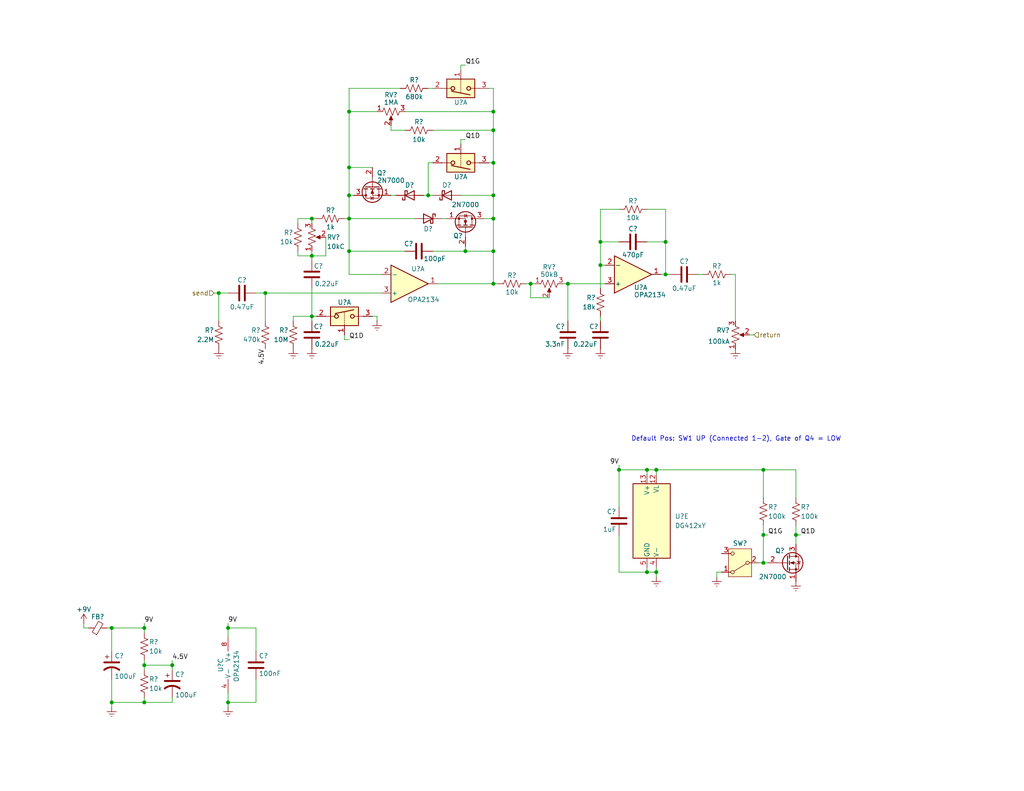
<source format=kicad_sch>
(kicad_sch (version 20250114) (generator "eeschema") (generator_version "9.0")
  (paper "USLetter")
  (title_block (title "Zendrive I and II") (date "2026-01-18") (rev "1.0.0") (company "Bennett Custom Audio"))
  (lib_symbols
    (symbol "Amplifier_Operational:OPA2134" (pin_names (offset 0.127))
      (property "Reference" "U" (at 0 5.08 0))
      (property "Value" "OPA2134" (at 0 -5.08 0))
      (symbol "OPA2134_1_1"
        (polyline (pts (xy -5.08 5.08) (xy 5.08 0) (xy -5.08 -5.08) (xy -5.08 5.08)) (stroke (width 0.254)) (fill (type background)))
        (pin input line (at -7.62 2.54 0) (length 2.54) (name "+") (number "3"))
        (pin input line (at -7.62 -2.54 0) (length 2.54) (name "-") (number "2"))
        (pin output line (at 7.62 0 180) (length 2.54) (name "~") (number "1"))
      )
      (symbol "OPA2134_2_1"
        (polyline (pts (xy -5.08 5.08) (xy 5.08 0) (xy -5.08 -5.08) (xy -5.08 5.08)) (stroke (width 0.254)) (fill (type background)))
        (pin input line (at -7.62 2.54 0) (length 2.54) (name "+") (number "5"))
        (pin input line (at -7.62 -2.54 0) (length 2.54) (name "-") (number "6"))
        (pin output line (at 7.62 0 180) (length 2.54) (name "~") (number "7"))
      )
      (symbol "OPA2134_3_1"
        (pin power_in line (at -2.54 7.62 270) (length 3.81) (name "V+") (number "8"))
        (pin power_in line (at -2.54 -7.62 90) (length 3.81) (name "V-") (number "4"))
      )
    )
    (symbol "Analog_Switch:DG412xY" (pin_names (offset 0.254))
      (property "Reference" "U" (at -3.175 5.334 0))
      (property "Value" "DG412xY" (at -3.175 3.556 0))
      (symbol "DG412xY_1_1"
        (polyline (pts (xy -5.08 0) (xy -2.794 0)))
        (rectangle (start -3.81 2.54) (end 3.81 -2.54) (stroke (width 0.254)) (fill (type background)))
        (polyline (pts (xy -2.54 0.762) (xy 2.54 1.778)) (stroke (width 0.254)))
        (circle (center -2.159 0) (radius 0.508) (stroke (width 0.254)))
        (polyline (pts (xy 0 0.762) (xy 0 1.016)))
        (polyline (pts (xy 0 0.254) (xy 0 0.508)))
        (polyline (pts (xy 0 -0.254) (xy 0 0)))
        (polyline (pts (xy 0 -0.762) (xy 0 -0.508)))
        (polyline (pts (xy 0 -1.27) (xy 0 -1.016)))
        (polyline (pts (xy 0 -1.778) (xy 0 -1.524)))
        (polyline (pts (xy 0 -2.54) (xy 0 -2.032)))
        (circle (center 2.159 0) (radius 0.508) (stroke (width 0.254)))
        (polyline (pts (xy 5.08 0) (xy 2.794 0)))
        (pin passive line (at -7.62 0 0) (length 2.54) (name "~") (number "2"))
        (pin input line (at 0 -5.08 90) (length 2.54) (name "~") (number "1"))
        (pin passive line (at 7.62 0 180) (length 2.54) (name "~") (number "3"))
      )
      (symbol "DG412xY_2_1"
        (polyline (pts (xy -5.08 0) (xy -2.794 0)))
        (rectangle (start -3.81 2.54) (end 3.81 -2.54) (stroke (width 0.254)) (fill (type background)))
        (polyline (pts (xy -2.54 0.762) (xy 2.54 1.778)) (stroke (width 0.254)))
        (circle (center -2.159 0) (radius 0.508) (stroke (width 0.254)))
        (polyline (pts (xy 0 0.762) (xy 0 1.016)))
        (polyline (pts (xy 0 0.254) (xy 0 0.508)))
        (polyline (pts (xy 0 -0.254) (xy 0 0)))
        (polyline (pts (xy 0 -0.762) (xy 0 -0.508)))
        (polyline (pts (xy 0 -1.27) (xy 0 -1.016)))
        (polyline (pts (xy 0 -1.778) (xy 0 -1.524)))
        (polyline (pts (xy 0 -2.54) (xy 0 -2.032)))
        (circle (center 2.159 0) (radius 0.508) (stroke (width 0.254)))
        (polyline (pts (xy 5.08 0) (xy 2.794 0)))
        (pin passive line (at -7.62 0 0) (length 2.54) (name "~") (number "6"))
        (pin input line (at 0 -5.08 90) (length 2.54) (name "~") (number "8"))
        (pin passive line (at 7.62 0 180) (length 2.54) (name "~") (number "7"))
      )
      (symbol "DG412xY_3_1"
        (polyline (pts (xy -5.08 0) (xy -2.794 0)))
        (rectangle (start -3.81 2.54) (end 3.81 -2.54) (stroke (width 0.254)) (fill (type background)))
        (polyline (pts (xy -2.54 0.762) (xy 2.54 1.778)) (stroke (width 0.254)))
        (circle (center -2.159 0) (radius 0.508) (stroke (width 0.254)))
        (polyline (pts (xy 0 0.762) (xy 0 1.016)))
        (polyline (pts (xy 0 0.254) (xy 0 0.508)))
        (polyline (pts (xy 0 -0.254) (xy 0 0)))
        (polyline (pts (xy 0 -0.762) (xy 0 -0.508)))
        (polyline (pts (xy 0 -1.27) (xy 0 -1.016)))
        (polyline (pts (xy 0 -1.778) (xy 0 -1.524)))
        (polyline (pts (xy 0 -2.54) (xy 0 -2.032)))
        (circle (center 2.159 0) (radius 0.508) (stroke (width 0.254)))
        (polyline (pts (xy 5.08 0) (xy 2.794 0)))
        (pin passive line (at -7.62 0 0) (length 2.54) (name "~") (number "10"))
        (pin input line (at 0 -5.08 90) (length 2.54) (name "~") (number "9"))
        (pin passive line (at 7.62 0 180) (length 2.54) (name "~") (number "11"))
      )
      (symbol "DG412xY_4_1"
        (polyline (pts (xy -5.08 0) (xy -2.794 0)))
        (rectangle (start -3.81 2.54) (end 3.81 -2.54) (stroke (width 0.254)) (fill (type background)))
        (polyline (pts (xy -2.54 0.762) (xy 2.54 1.778)) (stroke (width 0.254)))
        (circle (center -2.159 0) (radius 0.508) (stroke (width 0.254)))
        (polyline (pts (xy 0 0.762) (xy 0 1.016)))
        (polyline (pts (xy 0 0.254) (xy 0 0.508)))
        (polyline (pts (xy 0 -0.254) (xy 0 0)))
        (polyline (pts (xy 0 -0.762) (xy 0 -0.508)))
        (polyline (pts (xy 0 -1.27) (xy 0 -1.016)))
        (polyline (pts (xy 0 -1.778) (xy 0 -1.524)))
        (polyline (pts (xy 0 -2.54) (xy 0 -2.032)))
        (circle (center 2.159 0) (radius 0.508) (stroke (width 0.254)))
        (polyline (pts (xy 5.08 0) (xy 2.794 0)))
        (pin passive line (at -7.62 0 0) (length 2.54) (name "~") (number "15"))
        (pin input line (at 0 -5.08 90) (length 2.54) (name "~") (number "16"))
        (pin passive line (at 7.62 0 180) (length 2.54) (name "~") (number "14"))
      )
      (symbol "DG412xY_5_0"
        (pin power_in line (at 0 12.7 270) (length 2.54) (name "V+") (number "13"))
        (pin power_in line (at 0 -12.7 90) (length 2.54) (name "GND") (number "5"))
        (pin power_in line (at 2.54 12.7 270) (length 2.54) (name "VL") (number "12"))
        (pin power_in line (at 2.54 -12.7 90) (length 2.54) (name "V-") (number "4"))
      )
      (symbol "DG412xY_5_1"
        (rectangle (start -3.81 10.16) (end 6.35 -10.16) (stroke (width 0.254)) (fill (type background)))
      )
    )
    (symbol "BCA Symbol Library:CP_Power" (pin_numbers (hide yes)) (pin_names (offset 0.254) (hide yes))
      (property "Reference" "C" (at 0.635 2.54 0))
      (property "Value" "CP_Power" (at 0.635 -2.54 0))
      (symbol "CP_Power_0_1"
        (polyline (pts (xy -2.032 0.762) (xy 2.032 0.762)) (stroke (width 0.508)))
        (polyline (pts (xy -1.778 2.286) (xy -0.762 2.286)))
        (polyline (pts (xy -1.27 1.778) (xy -1.27 2.794)))
        (arc (start -2.032 -1.27) (mid 0 -0.5572) (end 2.032 -1.27) (stroke (width 0.508)))
      )
      (symbol "CP_Power_1_1"
        (pin passive line (at 0 3.81 270) (length 2.794) (name "~") (number "1"))
        (pin passive line (at 0 -3.81 90) (length 3.302) (name "~") (number "2"))
      )
    )
    (symbol "BCA Symbol Library:C_Ceramic" (pin_numbers (hide yes)) (pin_names (offset 0.254))
      (property "Reference" "C" (at 0.635 2.54 0))
      (property "Value" "C_Ceramic" (at 0.635 -2.54 0))
      (symbol "C_Ceramic_0_1"
        (polyline (pts (xy -2.032 0.762) (xy 2.032 0.762)) (stroke (width 0.508)))
        (polyline (pts (xy -2.032 -0.762) (xy 2.032 -0.762)) (stroke (width 0.508)))
      )
      (symbol "C_Ceramic_1_1"
        (pin passive line (at 0 3.81 270) (length 2.794) (name "~") (number "1"))
        (pin passive line (at 0 -3.81 90) (length 2.794) (name "~") (number "2"))
      )
    )
    (symbol "BCA Symbol Library:C_Film_W2.50mm" (pin_numbers (hide yes)) (pin_names (offset 0.254))
      (property "Reference" "C" (at 0.635 2.54 0))
      (property "Value" "C_Film_W2.50mm" (at 0.635 -2.54 0))
      (symbol "C_Film_W2.50mm_0_1"
        (polyline (pts (xy -2.032 0.762) (xy 2.032 0.762)) (stroke (width 0.508)))
        (polyline (pts (xy -2.032 -0.762) (xy 2.032 -0.762)) (stroke (width 0.508)))
      )
      (symbol "C_Film_W2.50mm_1_1"
        (pin passive line (at 0 3.81 270) (length 2.794) (name "~") (number "1"))
        (pin passive line (at 0 -3.81 90) (length 2.794) (name "~") (number "2"))
      )
    )
    (symbol "BCA Symbol Library:C_Film_W5.00mm" (pin_numbers (hide yes)) (pin_names (offset 0.254))
      (property "Reference" "C" (at 0.635 2.54 0))
      (property "Value" "C_Film_W5.00mm" (at 0.635 -2.54 0))
      (symbol "C_Film_W5.00mm_0_1"
        (polyline (pts (xy -2.032 0.762) (xy 2.032 0.762)) (stroke (width 0.508)))
        (polyline (pts (xy -2.032 -0.762) (xy 2.032 -0.762)) (stroke (width 0.508)))
      )
      (symbol "C_Film_W5.00mm_1_1"
        (pin passive line (at 0 3.81 270) (length 2.794) (name "~") (number "1"))
        (pin passive line (at 0 -3.81 90) (length 2.794) (name "~") (number "2"))
      )
    )
    (symbol "BCA Symbol Library:R" (pin_numbers (hide yes)) (pin_names (offset 0))
      (property "Reference" "R" (at 0 2.032 0))
      (property "Value" "R" (at 0 -2.54 0))
      (symbol "R_1_1"
        (polyline (pts (xy -2.286 0) (xy -2.54 0)))
        (polyline (pts (xy -2.286 0) (xy -1.905 1.016) (xy -1.524 0) (xy -1.143 -1.016) (xy -0.762 0)))
        (polyline (pts (xy -0.762 0) (xy -0.381 1.016) (xy 0 0) (xy 0.381 -1.016) (xy 0.762 0)))
        (polyline (pts (xy 0.762 0) (xy 1.143 1.016) (xy 1.524 0) (xy 1.905 -1.016) (xy 2.286 0)))
        (polyline (pts (xy 2.286 0) (xy 2.54 0)))
        (pin passive line (at -3.81 0 0) (length 1.27) (name "~") (number "1"))
        (pin passive line (at 3.81 0 180) (length 1.27) (name "~") (number "2"))
      )
    )
    (symbol "BCA Symbol Library:R_POT" (pin_names (offset 1.016) (hide yes))
      (property "Reference" "RV" (at -5.08 0 90))
      (property "Value" "R_POT" (at -2.54 0 90))
      (symbol "R_POT_1_1"
        (polyline (pts (xy 0 2.54) (xy 0 2.286)))
        (polyline (pts (xy 0 2.286) (xy 1.016 1.905) (xy 0 1.524) (xy -1.016 1.143) (xy 0 0.762)))
        (polyline (pts (xy 0 0.762) (xy 1.016 0.381) (xy 0 0) (xy -1.016 -0.381) (xy 0 -0.762)))
        (polyline (pts (xy 0 -0.762) (xy 1.016 -1.143) (xy 0 -1.524) (xy -1.016 -1.905) (xy 0 -2.286)))
        (polyline (pts (xy 0 -2.286) (xy 0 -2.54)))
        (polyline (pts (xy 1.143 0) (xy 2.286 0.508) (xy 2.286 -0.508) (xy 1.143 0)) (fill (type outline)))
        (polyline (pts (xy 2.54 0) (xy 1.524 0)))
        (pin passive line (at 0 3.81 270) (length 1.27) (name "3") (number "3"))
        (pin passive line (at 0 -3.81 90) (length 1.27) (name "1") (number "1"))
        (pin passive line (at 3.81 0 180) (length 1.27) (name "2") (number "2"))
      )
    )
    (symbol "Device:D_Schottky" (pin_numbers (hide yes)) (pin_names (offset 1.016) (hide yes))
      (property "Reference" "D" (at 0 2.54 0))
      (property "Value" "D_Schottky" (at 0 -2.54 0))
      (symbol "D_Schottky_0_1"
        (polyline (pts (xy -1.905 0.635) (xy -1.905 1.27) (xy -1.27 1.27) (xy -1.27 -1.27) (xy -0.635 -1.27) (xy -0.635 -0.635)) (stroke (width 0.254)))
        (polyline (pts (xy 1.27 1.27) (xy 1.27 -1.27) (xy -1.27 0) (xy 1.27 1.27)) (stroke (width 0.254)))
        (polyline (pts (xy 1.27 0) (xy -1.27 0)))
      )
      (symbol "D_Schottky_1_1"
        (pin passive line (at -3.81 0 0) (length 2.54) (name "K") (number "1"))
        (pin passive line (at 3.81 0 180) (length 2.54) (name "A") (number "2"))
      )
    )
    (symbol "Device:FerriteBead_Small" (pin_numbers (hide yes)) (pin_names (offset 0))
      (property "Reference" "FB" (at 1.905 1.27 0))
      (property "Value" "FerriteBead_Small" (at 1.905 -1.27 0))
      (symbol "FerriteBead_Small_0_1"
        (polyline (pts (xy -1.8288 0.2794) (xy -1.1176 1.4986) (xy 1.8288 -0.2032) (xy 1.1176 -1.4224) (xy -1.8288 0.2794)))
        (polyline (pts (xy 0 0.889) (xy 0 1.2954)))
        (polyline (pts (xy 0 -1.27) (xy 0 -0.7874)))
      )
      (symbol "FerriteBead_Small_1_1"
        (pin passive line (at 0 2.54 270) (length 1.27) (name "~") (number "1"))
        (pin passive line (at 0 -2.54 90) (length 1.27) (name "~") (number "2"))
      )
    )
    (symbol "Earth_1" (power) (pin_numbers (hide yes)) (pin_names (offset 0) (hide yes))
      (property "Value" "Earth" (at 0 -3.81 0))
      (symbol "Earth_1_0_1"
        (polyline (pts (xy -0.635 -1.905) (xy 0.635 -1.905)))
        (polyline (pts (xy -0.127 -2.54) (xy 0.127 -2.54)))
        (polyline (pts (xy 0 -1.27) (xy 0 0)))
        (polyline (pts (xy 1.27 -1.27) (xy -1.27 -1.27)))
      )
      (symbol "Earth_1_1_1"
        (pin power_in line (at 0 0 270) (length 0) (name "~") (number "1"))
      )
    )
    (symbol "Switch:SW_SPDT" (pin_names (offset 0) (hide yes))
      (property "Reference" "SW" (at 0 5.08 0))
      (property "Value" "SW_SPDT" (at 0 -5.08 0))
      (symbol "SW_SPDT_0_1"
        (circle (center -2.032 0) (radius 0.4572))
        (polyline (pts (xy -1.651 0.254) (xy 1.651 2.286)))
        (circle (center 2.032 2.54) (radius 0.4572))
        (circle (center 2.032 -2.54) (radius 0.4572))
      )
      (symbol "SW_SPDT_1_1"
        (rectangle (start -3.175 3.81) (end 3.175 -3.81) (fill (type background)))
        (pin passive line (at -5.08 0 0) (length 2.54) (name "B") (number "2"))
        (pin passive line (at 5.08 2.54 180) (length 2.54) (name "A") (number "1"))
        (pin passive line (at 5.08 -2.54 180) (length 2.54) (name "C") (number "3"))
      )
    )
    (symbol "Transistor_FET:2N7000" (pin_names (hide yes))
      (property "Reference" "Q" (at 5.08 1.905 0))
      (property "Value" "2N7000" (at 5.08 0 0))
      (symbol "2N7000_0_1"
        (polyline (pts (xy 0.254 1.905) (xy 0.254 -1.905)) (stroke (width 0.254)))
        (polyline (pts (xy 0.254 0) (xy -2.54 0)))
        (polyline (pts (xy 0.762 2.286) (xy 0.762 1.27)) (stroke (width 0.254)))
        (polyline (pts (xy 0.762 0.508) (xy 0.762 -0.508)) (stroke (width 0.254)))
        (polyline (pts (xy 0.762 -1.27) (xy 0.762 -2.286)) (stroke (width 0.254)))
        (polyline (pts (xy 0.762 -1.778) (xy 3.302 -1.778) (xy 3.302 1.778) (xy 0.762 1.778)))
        (polyline (pts (xy 1.016 0) (xy 2.032 0.381) (xy 2.032 -0.381) (xy 1.016 0)) (fill (type outline)))
        (circle (center 1.651 0) (radius 2.794) (stroke (width 0.254)))
        (polyline (pts (xy 2.54 2.54) (xy 2.54 1.778)))
        (circle (center 2.54 1.778) (radius 0.254) (fill (type outline)))
        (circle (center 2.54 -1.778) (radius 0.254) (fill (type outline)))
        (polyline (pts (xy 2.54 -2.54) (xy 2.54 0) (xy 0.762 0)))
        (polyline (pts (xy 2.794 0.508) (xy 2.921 0.381) (xy 3.683 0.381) (xy 3.81 0.254)))
        (polyline (pts (xy 3.302 0.381) (xy 2.921 -0.254) (xy 3.683 -0.254) (xy 3.302 0.381)))
      )
      (symbol "2N7000_1_1"
        (pin input line (at -5.08 0 0) (length 2.54) (name "G") (number "2"))
        (pin passive line (at 2.54 5.08 270) (length 2.54) (name "D") (number "3"))
        (pin passive line (at 2.54 -5.08 90) (length 2.54) (name "S") (number "1"))
      )
    )
    (symbol "bca-symbols:R" (pin_numbers (hide yes)) (pin_names (offset 0))
      (property "Reference" "R" (at 0 2.032 0))
      (property "Value" "R" (at 0 -2.54 0))
      (symbol "R_1_1"
        (polyline (pts (xy -2.286 0) (xy -2.54 0)))
        (polyline (pts (xy -2.286 0) (xy -1.905 1.016) (xy -1.524 0) (xy -1.143 -1.016) (xy -0.762 0)))
        (polyline (pts (xy -0.762 0) (xy -0.381 1.016) (xy 0 0) (xy 0.381 -1.016) (xy 0.762 0)))
        (polyline (pts (xy 0.762 0) (xy 1.143 1.016) (xy 1.524 0) (xy 1.905 -1.016) (xy 2.286 0)))
        (polyline (pts (xy 2.286 0) (xy 2.54 0)))
        (pin passive line (at -3.81 0 0) (length 1.27) (name "~") (number "1"))
        (pin passive line (at 3.81 0 180) (length 1.27) (name "~") (number "2"))
      )
    )
    (symbol "power:+9V" (power) (pin_numbers (hide yes)) (pin_names (offset 0) (hide yes))
      (property "Value" "+9V" (at 0 3.556 0))
      (symbol "+9V_0_1"
        (polyline (pts (xy -0.762 1.27) (xy 0 2.54)))
        (polyline (pts (xy 0 2.54) (xy 0.762 1.27)))
        (polyline (pts (xy 0 0) (xy 0 2.54)))
      )
      (symbol "+9V_1_1"
        (pin power_in line (at 0 0 90) (length 0) (name "~") (number "1"))
      )
    )
    (symbol "power:Earth" (power) (pin_names (offset 0))
      (symbol "Earth_0_1"
        (polyline (pts (xy -0.635 -1.905) (xy 0.635 -1.905)))
        (polyline (pts (xy -0.127 -2.54) (xy 0.127 -2.54)))
        (polyline (pts (xy 0 -1.27) (xy 0 0)))
        (polyline (pts (xy 1.27 -1.27) (xy -1.27 -1.27)))
      )
      (symbol "Earth_1_1"
        (pin power_in line (at 0 0 270) (length 0) (hide yes) (name "Earth") (number "1"))
      )
    )
  )
  (text "Default Pos: SW1 UP (Connected 1-2), Gate of Q4 = LOW\n" (at 172.212 119.888 0) (effects (font (size 1.27 1.27)) (justify left)))
  (junction (at 116.84 53.34))
  (junction (at 134.62 59.69))
  (junction (at 134.62 35.56))
  (junction (at 95.25 30.48))
  (junction (at 144.78 77.47))
  (junction (at 85.09 86.36))
  (junction (at 39.37 191.77))
  (junction (at 163.83 66.04))
  (junction (at 30.48 171.45))
  (junction (at 134.62 30.48))
  (junction (at 85.09 69.85))
  (junction (at 127 68.58))
  (junction (at 179.07 156.21))
  (junction (at 46.99 181.61))
  (junction (at 179.07 128.27))
  (junction (at 134.62 53.34))
  (junction (at 134.62 77.47))
  (junction (at 95.25 53.34))
  (junction (at 39.37 171.45))
  (junction (at 154.94 77.47))
  (junction (at 85.09 59.69))
  (junction (at 176.53 128.27))
  (junction (at 59.69 80.01))
  (junction (at 163.83 72.39))
  (junction (at 217.17 146.05))
  (junction (at 30.48 191.77))
  (junction (at 181.61 74.93))
  (junction (at 181.61 66.04))
  (junction (at 176.53 156.21))
  (junction (at 208.28 146.05))
  (junction (at 39.37 181.61))
  (junction (at 134.62 44.45))
  (junction (at 95.25 45.72))
  (junction (at 62.23 191.77))
  (junction (at 72.39 80.01))
  (junction (at 62.23 171.45))
  (junction (at 168.91 128.27))
  (junction (at 208.28 128.27))
  (junction (at 208.28 153.67))
  (junction (at 95.25 59.69))
  (junction (at 134.62 68.58))
  (junction (at 95.25 68.58))
  (wire (pts (xy 59.69 87.63) (xy 59.69 80.01)))
  (wire (pts (xy 163.83 57.15) (xy 163.83 66.04)))
  (wire (pts (xy 163.83 72.39) (xy 163.83 78.74)))
  (wire (pts (xy 208.28 143.51) (xy 208.28 146.05)))
  (wire (pts (xy 93.98 92.71) (xy 95.25 92.71)))
  (wire (pts (xy 110.49 35.56) (xy 106.68 35.56)))
  (wire (pts (xy 134.62 53.34) (xy 134.62 59.69)))
  (wire (pts (xy 208.28 153.67) (xy 209.55 153.67)))
  (wire (pts (xy 190.5 74.93) (xy 191.77 74.93)))
  (wire (pts (xy 149.86 81.28) (xy 144.78 81.28)))
  (wire (pts (xy 46.99 180.34) (xy 46.99 181.61)))
  (wire (pts (xy 39.37 170.18) (xy 39.37 171.45)))
  (wire (pts (xy 69.85 177.8) (xy 69.85 171.45)))
  (wire (pts (xy 125.73 38.1) (xy 125.73 39.37)))
  (wire (pts (xy 118.11 44.45) (xy 116.84 44.45)))
  (wire (pts (xy 46.99 191.77) (xy 39.37 191.77)))
  (wire (pts (xy 176.53 128.27) (xy 176.53 129.54)))
  (wire (pts (xy 179.07 129.54) (xy 179.07 128.27)))
  (wire (pts (xy 95.25 24.13) (xy 95.25 30.48)))
  (wire (pts (xy 39.37 181.61) (xy 39.37 182.88)))
  (wire (pts (xy 80.01 87.63) (xy 80.01 86.36)))
  (wire (pts (xy 39.37 190.5) (xy 39.37 191.77)))
  (wire (pts (xy 109.22 24.13) (xy 95.25 24.13)))
  (wire (pts (xy 168.91 128.27) (xy 176.53 128.27)))
  (wire (pts (xy 85.09 78.74) (xy 85.09 86.36)))
  (wire (pts (xy 30.48 177.8) (xy 30.48 171.45)))
  (wire (pts (xy 95.25 59.69) (xy 113.03 59.69)))
  (wire (pts (xy 217.17 143.51) (xy 217.17 146.05)))
  (wire (pts (xy 195.58 156.21) (xy 196.85 156.21)))
  (wire (pts (xy 39.37 180.34) (xy 39.37 181.61)))
  (wire (pts (xy 176.53 156.21) (xy 179.07 156.21)))
  (wire (pts (xy 133.35 24.13) (xy 134.62 24.13)))
  (wire (pts (xy 62.23 191.77) (xy 62.23 193.04)))
  (wire (pts (xy 30.48 171.45) (xy 29.21 171.45)))
  (wire (pts (xy 208.28 146.05) (xy 208.28 153.67)))
  (wire (pts (xy 134.62 68.58) (xy 134.62 77.47)))
  (wire (pts (xy 176.53 128.27) (xy 179.07 128.27)))
  (wire (pts (xy 22.86 170.18) (xy 22.86 171.45)))
  (wire (pts (xy 88.9 69.85) (xy 85.09 69.85)))
  (wire (pts (xy 217.17 146.05) (xy 217.17 148.59)))
  (wire (pts (xy 39.37 172.72) (xy 39.37 171.45)))
  (wire (pts (xy 208.28 128.27) (xy 179.07 128.27)))
  (wire (pts (xy 127 67.31) (xy 127 68.58)))
  (wire (pts (xy 208.28 128.27) (xy 208.28 135.89)))
  (wire (pts (xy 72.39 80.01) (xy 72.39 87.63)))
  (wire (pts (xy 208.28 146.05) (xy 209.55 146.05)))
  (wire (pts (xy 30.48 191.77) (xy 30.48 193.04)))
  (wire (pts (xy 118.11 35.56) (xy 134.62 35.56)))
  (wire (pts (xy 118.11 68.58) (xy 127 68.58)))
  (wire (pts (xy 62.23 171.45) (xy 62.23 173.99)))
  (wire (pts (xy 134.62 35.56) (xy 134.62 44.45)))
  (wire (pts (xy 85.09 86.36) (xy 86.36 86.36)))
  (wire (pts (xy 85.09 59.69) (xy 85.09 60.96)))
  (wire (pts (xy 195.58 157.48) (xy 195.58 156.21)))
  (wire (pts (xy 181.61 66.04) (xy 181.61 74.93)))
  (wire (pts (xy 199.39 74.93) (xy 200.66 74.93)))
  (wire (pts (xy 62.23 191.77) (xy 62.23 189.23)))
  (wire (pts (xy 46.99 190.5) (xy 46.99 191.77)))
  (wire (pts (xy 116.84 53.34) (xy 118.11 53.34)))
  (wire (pts (xy 95.25 53.34) (xy 95.25 59.69)))
  (wire (pts (xy 132.08 59.69) (xy 134.62 59.69)))
  (wire (pts (xy 154.94 77.47) (xy 153.67 77.47)))
  (wire (pts (xy 62.23 191.77) (xy 69.85 191.77)))
  (wire (pts (xy 181.61 66.04) (xy 181.61 57.15)))
  (wire (pts (xy 62.23 170.18) (xy 62.23 171.45)))
  (wire (pts (xy 81.28 59.69) (xy 85.09 59.69)))
  (wire (pts (xy 58.42 80.01) (xy 59.69 80.01)))
  (wire (pts (xy 85.09 69.85) (xy 85.09 71.12)))
  (wire (pts (xy 85.09 87.63) (xy 85.09 86.36)))
  (wire (pts (xy 81.28 60.96) (xy 81.28 59.69)))
  (wire (pts (xy 154.94 77.47) (xy 154.94 87.63)))
  (wire (pts (xy 93.98 91.44) (xy 93.98 92.71)))
  (wire (pts (xy 134.62 77.47) (xy 135.89 77.47)))
  (wire (pts (xy 179.07 154.94) (xy 179.07 156.21)))
  (wire (pts (xy 95.25 68.58) (xy 95.25 74.93)))
  (wire (pts (xy 102.87 30.48) (xy 95.25 30.48)))
  (wire (pts (xy 176.53 66.04) (xy 181.61 66.04)))
  (wire (pts (xy 154.94 77.47) (xy 165.1 77.47)))
  (wire (pts (xy 217.17 135.89) (xy 217.17 128.27)))
  (wire (pts (xy 106.68 35.56) (xy 106.68 34.29)))
  (wire (pts (xy 176.53 57.15) (xy 181.61 57.15)))
  (wire (pts (xy 163.83 86.36) (xy 163.83 87.63)))
  (wire (pts (xy 85.09 59.69) (xy 86.36 59.69)))
  (wire (pts (xy 81.28 69.85) (xy 85.09 69.85)))
  (wire (pts (xy 39.37 191.77) (xy 30.48 191.77)))
  (wire (pts (xy 22.86 171.45) (xy 24.13 171.45)))
  (wire (pts (xy 176.53 154.94) (xy 176.53 156.21)))
  (wire (pts (xy 127 68.58) (xy 134.62 68.58)))
  (wire (pts (xy 168.91 66.04) (xy 163.83 66.04)))
  (wire (pts (xy 168.91 128.27) (xy 168.91 138.43)))
  (wire (pts (xy 119.38 77.47) (xy 134.62 77.47)))
  (wire (pts (xy 46.99 182.88) (xy 46.99 181.61)))
  (wire (pts (xy 88.9 64.77) (xy 88.9 69.85)))
  (wire (pts (xy 133.35 44.45) (xy 134.62 44.45)))
  (wire (pts (xy 217.17 128.27) (xy 208.28 128.27)))
  (wire (pts (xy 163.83 66.04) (xy 163.83 72.39)))
  (wire (pts (xy 39.37 181.61) (xy 46.99 181.61)))
  (wire (pts (xy 93.98 59.69) (xy 95.25 59.69)))
  (wire (pts (xy 81.28 68.58) (xy 81.28 69.85)))
  (wire (pts (xy 30.48 185.42) (xy 30.48 191.77)))
  (wire (pts (xy 80.01 86.36) (xy 85.09 86.36)))
  (wire (pts (xy 134.62 24.13) (xy 134.62 30.48)))
  (wire (pts (xy 120.65 59.69) (xy 121.92 59.69)))
  (wire (pts (xy 180.34 74.93) (xy 181.61 74.93)))
  (wire (pts (xy 116.84 44.45) (xy 116.84 53.34)))
  (wire (pts (xy 96.52 53.34) (xy 95.25 53.34)))
  (wire (pts (xy 144.78 81.28) (xy 144.78 77.47)))
  (wire (pts (xy 95.25 30.48) (xy 95.25 45.72)))
  (wire (pts (xy 204.47 91.44) (xy 205.74 91.44)))
  (wire (pts (xy 125.73 19.05) (xy 125.73 17.78)))
  (wire (pts (xy 72.39 80.01) (xy 104.14 80.01)))
  (wire (pts (xy 69.85 171.45) (xy 62.23 171.45)))
  (wire (pts (xy 116.84 24.13) (xy 118.11 24.13)))
  (wire (pts (xy 168.91 57.15) (xy 163.83 57.15)))
  (wire (pts (xy 207.01 153.67) (xy 208.28 153.67)))
  (wire (pts (xy 134.62 59.69) (xy 134.62 68.58)))
  (wire (pts (xy 95.25 74.93) (xy 104.14 74.93)))
  (wire (pts (xy 95.25 45.72) (xy 101.6 45.72)))
  (wire (pts (xy 134.62 44.45) (xy 134.62 53.34)))
  (wire (pts (xy 85.09 69.85) (xy 85.09 68.58)))
  (wire (pts (xy 217.17 146.05) (xy 218.44 146.05)))
  (wire (pts (xy 69.85 185.42) (xy 69.85 191.77)))
  (wire (pts (xy 95.25 45.72) (xy 95.25 53.34)))
  (wire (pts (xy 200.66 74.93) (xy 200.66 87.63)))
  (wire (pts (xy 181.61 74.93) (xy 182.88 74.93)))
  (wire (pts (xy 134.62 30.48) (xy 134.62 35.56)))
  (wire (pts (xy 106.68 53.34) (xy 107.95 53.34)))
  (wire (pts (xy 115.57 53.34) (xy 116.84 53.34)))
  (wire (pts (xy 168.91 146.05) (xy 168.91 156.21)))
  (wire (pts (xy 102.87 87.63) (xy 102.87 86.36)))
  (wire (pts (xy 179.07 156.21) (xy 179.07 157.48)))
  (wire (pts (xy 59.69 80.01) (xy 62.23 80.01)))
  (wire (pts (xy 127 38.1) (xy 125.73 38.1)))
  (wire (pts (xy 69.85 80.01) (xy 72.39 80.01)))
  (wire (pts (xy 144.78 77.47) (xy 146.05 77.47)))
  (wire (pts (xy 102.87 86.36) (xy 101.6 86.36)))
  (wire (pts (xy 165.1 72.39) (xy 163.83 72.39)))
  (wire (pts (xy 168.91 127) (xy 168.91 128.27)))
  (wire (pts (xy 110.49 30.48) (xy 134.62 30.48)))
  (wire (pts (xy 168.91 156.21) (xy 176.53 156.21)))
  (wire (pts (xy 134.62 53.34) (xy 125.73 53.34)))
  (wire (pts (xy 95.25 59.69) (xy 95.25 68.58)))
  (wire (pts (xy 30.48 171.45) (xy 39.37 171.45)))
  (wire (pts (xy 125.73 17.78) (xy 127 17.78)))
  (wire (pts (xy 143.51 77.47) (xy 144.78 77.47)))
  (wire (pts (xy 95.25 68.58) (xy 110.49 68.58)))
  (label "Q1G" (at 127 17.78 0))
  (label "Q1D" (at 95.25 92.71 0))
  (label "4.5V" (at 46.99 180.34 0))
  (label "9V" (at 62.23 170.18 0))
  (label "Q1D" (at 127 38.1 0))
  (label "9V" (at 39.37 170.18 0))
  (label "9V" (at 168.91 127 180))
  (label "Q1G" (at 209.55 146.05 0))
  (label "4.5V" (at 72.39 95.25 270))
  (label "Q1D" (at 218.44 146.05 0))
  (hierarchical_label "return" (shape input) (at 205.74 91.44 0))
  (hierarchical_label "send" (shape input) (at 58.42 80.01 180))
  (symbol (lib_name "Earth_1") (lib_id "power:Earth") (at 102.87 87.63 0) (unit 1)
    (property "Reference" "#PWR?" (effects (hide yes)))
    (property "Value" "Earth" (effects (hide yes)))
    (property "Description" "Power symbol creates a global label with name \"Earth\"" (effects (hide yes)))
  )
  (symbol (lib_id "BCA Symbol Library:C_Film_W5.00mm") (at 85.09 74.93 180) (unit 1)
    (property "Reference" "C?" (at 85.598 72.644 0) (effects (justify right)))
    (property "Value" "0.22uF" (at 85.852 77.47 0) (effects (justify right)))
    (property "Footprint" "bca-footprints:C_Film_L7.2mm_W3.5mm_P5.00mm" (effects (hide yes)))
    (property "Description" "Unpolarized capacitor" (effects (hide yes)))
  )
  (symbol (lib_name "Earth_1") (lib_id "power:Earth") (at 163.83 95.25 0) (unit 1)
    (property "Reference" "#PWR?" (effects (hide yes)))
    (property "Value" "Earth" (effects (hide yes)))
    (property "Description" "Power symbol creates a global label with name \"Earth\"" (effects (hide yes)))
  )
  (symbol (lib_id "BCA Symbol Library:R") (at 59.69 91.44 90) (unit 1)
    (property "Reference" "R?" (at 58.42 90.17 90) (effects (justify left)))
    (property "Value" "2.2M" (at 58.42 92.71 90) (effects (justify left)))
    (property "Footprint" "bca-footprints:R_L3.6mm_D1.6mm_P5.00mm_Horizontal" (effects (hide yes)))
    (property "Description" "Resistor, Horizontal" (effects (hide yes)))
  )
  (symbol (lib_name "Earth_1") (lib_id "power:Earth") (at 59.69 95.25 0) (unit 1)
    (property "Reference" "#PWR?" (effects (hide yes)))
    (property "Value" "Earth" (effects (hide yes)))
    (property "Description" "Power symbol creates a global label with name \"Earth\"" (effects (hide yes)))
  )
  (symbol (lib_id "Amplifier_Operational:OPA2134") (at 111.76 77.47 0) (mirror x) (unit 1)
    (property "Reference" "U?" (at 114.046 73.406 0))
    (property "Value" "OPA2134" (at 115.57 81.788 0))
    (property "Footprint" "Package_SO:SOIC-8_3.9x4.9mm_P1.27mm" (effects (hide yes)))
    (property "Datasheet" "http://www.ti.com/lit/ds/symlink/opa134.pdf" (effects (hide yes)))
    (property "Description" "Dual SoundPlus High Performance Audio Operational Amplifiers, DIP-8/SOIC-8" (effects (hide yes)))
  )
  (symbol (lib_id "Device:D_Schottky") (at 121.92 53.34 0) (mirror x) (unit 1)
    (property "Reference" "D?" (at 121.92 50.546 0))
    (property "Value" "1N5711" (effects (hide yes)))
    (property "Footprint" "bca-footprints:Diode_DO-35_P5.00mm" (effects (hide yes)))
    (property "Description" "Schottky diode" (effects (hide yes)))
  )
  (symbol (lib_id "Analog_Switch:DG412xY") (at 125.73 24.13 0) (mirror x) (unit 1)
    (property "Reference" "U?" (at 125.73 27.94 0))
    (property "Value" "DG412xY" (effects (hide yes)))
    (property "Footprint" "Package_SO:SOIC-16_3.9x9.9mm_P1.27mm" (effects (hide yes)))
    (property "Datasheet" "https://datasheets.maximintegrated.com/en/ds/DG411-DG413.pdf" (effects (hide yes)))
    (property "Description" "Quad SPST Monolithic CMOS Analog Switches, normally OFF, 17Ohm Ron, SOIC-16" (effects (hide yes)))
  )
  (symbol (lib_id "Transistor_FET:2N7000") (at 127 62.23 270) (mirror x) (unit 1)
    (property "Reference" "Q?" (at 124.968 64.389 90))
    (property "Value" "2N7000" (at 127 55.88 90))
    (property "Footprint" "bca-footprints:TO-92_Inline_Wide" (effects (hide yes)))
    (property "Datasheet" "https://www.vishay.com/docs/70226/70226.pdf" (effects (hide yes)))
    (property "Description" "0.2A Id, 200V Vds, N-Channel MOSFET, 2.6V Logic Level, TO-92" (effects (hide yes)))
  )
  (symbol (lib_id "power:+9V") (at 22.86 170.18 0) (unit 1)
    (property "Reference" "#PWR?" (effects (hide yes)))
    (property "Value" "+9V" (at 22.86 166.37 0))
    (property "Description" "Power symbol creates a global label with name \"+9V\"" (effects (hide yes)))
  )
  (symbol (lib_id "power:Earth") (at 217.17 158.75 0) (unit 1)
    (property "Reference" "#PWR?" (effects (hide yes)))
    (property "Value" "Earth" (effects (hide yes)))
  )
  (symbol (lib_id "BCA Symbol Library:C_Ceramic") (at 172.72 66.04 90) (unit 1)
    (property "Reference" "C?" (at 172.72 62.484 90))
    (property "Value" "470pF" (at 172.72 69.596 90))
    (property "Footprint" "bca-footprints:C_Ceramic_L4.0mm_W2.5mm_P2.50mm" (effects (hide yes)))
    (property "Description" "Unpolarized capacitor" (effects (hide yes)))
  )
  (symbol (lib_id "BCA Symbol Library:C_Film_W5.00mm") (at 186.69 74.93 90) (unit 1)
    (property "Reference" "C?" (at 186.69 71.374 90))
    (property "Value" "0.47uF" (at 186.69 78.74 90))
    (property "Footprint" "bca-footprints:C_Film_L7.2mm_W3.5mm_P5.00mm" (effects (hide yes)))
    (property "Description" "Unpolarized capacitor" (effects (hide yes)))
  )
  (symbol (lib_id "BCA Symbol Library:R_POT") (at 149.86 77.47 270) (unit 1)
    (property "Reference" "RV?" (at 149.86 72.898 90))
    (property "Value" "50kB" (at 149.86 74.93 90))
    (property "Footprint" "bca-footprints:R_POT" (effects (hide yes)))
    (property "Description" "Potentiometer" (effects (hide yes)))
  )
  (symbol (lib_id "BCA Symbol Library:C_Film_W5.00mm") (at 66.04 80.01 90) (unit 1)
    (property "Reference" "C?" (at 66.04 76.454 90))
    (property "Value" "0.47uF" (at 66.04 83.82 90))
    (property "Footprint" "bca-footprints:C_Film_L7.2mm_W3.5mm_P5.00mm" (effects (hide yes)))
    (property "Description" "Unpolarized capacitor" (effects (hide yes)))
  )
  (symbol (lib_id "BCA Symbol Library:R_POT") (at 106.68 30.48 270) (unit 1)
    (property "Reference" "RV?" (at 106.68 25.908 90))
    (property "Value" "1MA" (at 106.68 27.94 90))
    (property "Footprint" "bca-footprints:R_POT" (effects (hide yes)))
    (property "Description" "Potentiometer" (effects (hide yes)))
  )
  (symbol (lib_id "BCA Symbol Library:R") (at 90.17 59.69 0) (unit 1)
    (property "Reference" "R?" (at 90.17 57.404 0))
    (property "Value" "1k" (at 90.17 61.976 0))
    (property "Footprint" "bca-footprints:R_L3.6mm_D1.6mm_P5.00mm_Horizontal" (effects (hide yes)))
    (property "Description" "Resistor, Horizontal" (effects (hide yes)))
  )
  (symbol (lib_id "BCA Symbol Library:CP_Power") (at 30.48 181.61 0) (unit 1)
    (property "Reference" "C?" (at 31.242 179.07 0) (effects (justify left)))
    (property "Value" "100uF" (at 31.242 184.658 0) (effects (justify left)))
    (property "Footprint" "bca-footprints:CP_Radial_D6.3mm_P2.50mm" (effects (hide yes)))
    (property "Description" "Polarized capacitor, footprint sized for power rails" (effects (hide yes)))
  )
  (symbol (lib_id "Analog_Switch:DG412xY") (at 176.53 142.24 0) (unit 5)
    (property "Reference" "U?" (at 184.15 140.9699 0) (effects (justify left)))
    (property "Value" "DG412xY" (at 184.15 143.5099 0) (effects (justify left)))
    (property "Footprint" "Package_SO:SOIC-16_3.9x9.9mm_P1.27mm" (effects (hide yes)))
    (property "Datasheet" "https://datasheets.maximintegrated.com/en/ds/DG411-DG413.pdf" (effects (hide yes)))
    (property "Description" "Quad SPST Monolithic CMOS Analog Switches, normally OFF, 17Ohm Ron, SOIC-16" (effects (hide yes)))
  )
  (symbol (lib_name "Earth_1") (lib_id "power:Earth") (at 85.09 95.25 0) (unit 1)
    (property "Reference" "#PWR?" (effects (hide yes)))
    (property "Value" "Earth" (effects (hide yes)))
    (property "Description" "Power symbol creates a global label with name \"Earth\"" (effects (hide yes)))
  )
  (symbol (lib_id "BCA Symbol Library:C_Film_W5.00mm") (at 85.09 91.44 180) (unit 1)
    (property "Reference" "C?" (at 85.598 89.154 0) (effects (justify right)))
    (property "Value" "0.22uF" (at 85.852 93.98 0) (effects (justify right)))
    (property "Footprint" "bca-footprints:C_Film_L7.2mm_W3.5mm_P5.00mm" (effects (hide yes)))
    (property "Description" "Unpolarized capacitor" (effects (hide yes)))
  )
  (symbol (lib_id "power:Earth") (at 30.48 193.04 0) (unit 1)
    (property "Reference" "#PWR?" (effects (hide yes)))
    (property "Value" "Earth" (effects (hide yes)))
    (property "Description" "Power symbol creates a global label with name \"Earth\"" (effects (hide yes)))
  )
  (symbol (lib_id "BCA Symbol Library:R") (at 81.28 64.77 90) (unit 1)
    (property "Reference" "R?" (at 80.01 63.5 90) (effects (justify left)))
    (property "Value" "10k" (at 80.01 66.04 90) (effects (justify left)))
    (property "Footprint" "bca-footprints:R_L3.6mm_D1.6mm_P5.00mm_Horizontal" (effects (hide yes)))
    (property "Description" "Resistor, Horizontal" (effects (hide yes)))
  )
  (symbol (lib_id "BCA Symbol Library:C_Ceramic") (at 114.3 68.58 90) (unit 1)
    (property "Reference" "C?" (at 111.506 66.548 90))
    (property "Value" "100pF" (at 115.57 70.612 90) (effects (justify right)))
    (property "Footprint" "bca-footprints:C_Ceramic_L4.0mm_W2.5mm_P2.50mm" (effects (hide yes)))
    (property "Description" "Unpolarized capacitor" (effects (hide yes)))
  )
  (symbol (lib_id "BCA Symbol Library:R") (at 195.58 74.93 0) (unit 1)
    (property "Reference" "R?" (at 195.58 72.644 0))
    (property "Value" "1k" (at 195.58 77.216 0))
    (property "Footprint" "bca-footprints:R_L3.6mm_D1.6mm_P5.00mm_Horizontal" (effects (hide yes)))
    (property "Description" "Resistor, Horizontal" (effects (hide yes)))
  )
  (symbol (lib_id "BCA Symbol Library:C_Ceramic") (at 69.85 181.61 0) (unit 1)
    (property "Reference" "C?" (at 70.612 179.07 0) (effects (justify left)))
    (property "Value" "100nF" (at 70.612 183.896 0) (effects (justify left)))
    (property "Footprint" "Capacitor_SMD:C_0805_2012Metric_Pad1.18x1.45mm_HandSolder" (effects (hide yes)))
    (property "Description" "Unpolarized capacitor" (effects (hide yes)))
  )
  (symbol (lib_name "Earth_1") (lib_id "power:Earth") (at 80.01 95.25 0) (unit 1)
    (property "Reference" "#PWR?" (effects (hide yes)))
    (property "Value" "Earth" (effects (hide yes)))
    (property "Description" "Power symbol creates a global label with name \"Earth\"" (effects (hide yes)))
  )
  (symbol (lib_id "BCA Symbol Library:R") (at 113.03 24.13 0) (unit 1)
    (property "Reference" "R?" (at 113.03 21.844 0))
    (property "Value" "680k" (at 113.03 26.416 0))
    (property "Footprint" "bca-footprints:R_L3.6mm_D1.6mm_P5.00mm_Horizontal" (effects (hide yes)))
    (property "Description" "Resistor, Horizontal" (effects (hide yes)))
  )
  (symbol (lib_id "Analog_Switch:DG412xY") (at 125.73 44.45 0) (mirror x) (unit 1)
    (property "Reference" "U?" (at 125.73 48.26 0))
    (property "Value" "DG412xY" (effects (hide yes)))
    (property "Footprint" "Package_SO:SOIC-16_3.9x9.9mm_P1.27mm" (effects (hide yes)))
    (property "Datasheet" "https://datasheets.maximintegrated.com/en/ds/DG411-DG413.pdf" (effects (hide yes)))
    (property "Description" "Quad SPST Monolithic CMOS Analog Switches, normally OFF, 17Ohm Ron, SOIC-16" (effects (hide yes)))
  )
  (symbol (lib_id "BCA Symbol Library:C_Film_W2.50mm") (at 154.94 91.44 0) (mirror y) (unit 1)
    (property "Reference" "C?" (at 154.178 89.154 0) (effects (justify left)))
    (property "Value" "3.3nF" (at 154.178 93.98 0) (effects (justify left)))
    (property "Footprint" "bca-footprints:C_Film_L7.2mm_W2.5mm_P5.00mm" (effects (hide yes)))
    (property "Description" "Unpolarized capacitor" (effects (hide yes)))
  )
  (symbol (lib_id "power:Earth") (at 179.07 157.48 0) (unit 1)
    (property "Reference" "#PWR?" (effects (hide yes)))
    (property "Value" "Earth" (effects (hide yes)))
  )
  (symbol (lib_id "Transistor_FET:2N7000") (at 214.63 153.67 0) (unit 1)
    (property "Reference" "Q?" (at 214.122 150.368 0) (effects (justify right)))
    (property "Value" "2N7000" (at 214.63 157.48 0) (effects (justify right)))
    (property "Footprint" "bca-footprints:TO-92_Inline_Wide" (effects (hide yes)))
    (property "Datasheet" "https://www.vishay.com/docs/70226/70226.pdf" (effects (hide yes)))
    (property "Description" "0.2A Id, 200V Vds, N-Channel MOSFET, 2.6V Logic Level, TO-92" (effects (hide yes)))
  )
  (symbol (lib_id "Switch:SW_SPDT") (at 201.93 153.67 180) (unit 1)
    (property "Reference" "SW?" (at 201.93 148.336 0))
    (property "Value" "SW_SPDT" (effects (hide yes)))
    (property "Footprint" "bca-footprints:SW_Toggle_SPDT_SolderLug" (effects (hide yes)))
    (property "Description" "Switch, single pole double throw" (effects (hide yes)))
  )
  (symbol (lib_id "BCA Symbol Library:R_POT") (at 200.66 91.44 0) (unit 1)
    (property "Reference" "RV?" (at 199.136 90.17 0) (effects (justify right)))
    (property "Value" "100kA" (at 199.136 93.218 0) (effects (justify right)))
    (property "Footprint" "bca-footprints:R_POT" (effects (hide yes)))
    (property "Description" "Potentiometer" (effects (hide yes)))
  )
  (symbol (lib_id "BCA Symbol Library:R") (at 139.7 77.47 0) (unit 1)
    (property "Reference" "R?" (at 139.7 75.184 0))
    (property "Value" "10k" (at 139.7 79.756 0))
    (property "Footprint" "bca-footprints:R_L3.6mm_D1.6mm_P5.00mm_Horizontal" (effects (hide yes)))
    (property "Description" "Resistor, Horizontal" (effects (hide yes)))
  )
  (symbol (lib_id "BCA Symbol Library:C_Ceramic") (at 168.91 142.24 0) (mirror y) (unit 1)
    (property "Reference" "C?" (at 168.148 139.7 0) (effects (justify left)))
    (property "Value" "1uF" (at 168.148 144.526 0) (effects (justify left)))
    (property "Footprint" "Capacitor_SMD:C_0805_2012Metric_Pad1.18x1.45mm_HandSolder" (effects (hide yes)))
    (property "Description" "Unpolarized capacitor" (effects (hide yes)))
  )
  (symbol (lib_id "BCA Symbol Library:R") (at 114.3 35.56 0) (unit 1)
    (property "Reference" "R?" (at 114.3 33.274 0))
    (property "Value" "10k" (at 114.3 38.1 0))
    (property "Footprint" "bca-footprints:R_L3.6mm_D1.6mm_P5.00mm_Horizontal" (effects (hide yes)))
    (property "Description" "Resistor, Horizontal" (effects (hide yes)))
  )
  (symbol (lib_id "BCA Symbol Library:CP_Power") (at 46.99 186.69 0) (unit 1)
    (property "Reference" "C?" (at 47.752 184.15 0) (effects (justify left)))
    (property "Value" "100uF" (at 47.752 189.738 0) (effects (justify left)))
    (property "Footprint" "bca-footprints:CP_Radial_D6.3mm_P2.50mm" (effects (hide yes)))
    (property "Description" "Polarized capacitor, footprint sized for power rails" (effects (hide yes)))
  )
  (symbol (lib_id "Device:D_Schottky") (at 116.84 59.69 0) (mirror y) (unit 1)
    (property "Reference" "D?" (at 116.84 62.484 0))
    (property "Value" "1N5711" (effects (hide yes)))
    (property "Footprint" "bca-footprints:Diode_DO-35_P5.00mm" (effects (hide yes)))
    (property "Description" "Schottky diode" (effects (hide yes)))
  )
  (symbol (lib_name "Earth_1") (lib_id "power:Earth") (at 200.66 95.25 0) (unit 1)
    (property "Reference" "#PWR?" (effects (hide yes)))
    (property "Value" "Earth" (effects (hide yes)))
    (property "Description" "Power symbol creates a global label with name \"Earth\"" (effects (hide yes)))
  )
  (symbol (lib_id "BCA Symbol Library:R") (at 72.39 91.44 90) (unit 1)
    (property "Reference" "R?" (at 71.12 90.17 90) (effects (justify left)))
    (property "Value" "470k" (at 71.12 92.71 90) (effects (justify left)))
    (property "Footprint" "bca-footprints:R_L3.6mm_D1.6mm_P5.00mm_Horizontal" (effects (hide yes)))
    (property "Description" "Resistor, Horizontal" (effects (hide yes)))
  )
  (symbol (lib_id "Device:D_Schottky") (at 111.76 53.34 0) (mirror x) (unit 1)
    (property "Reference" "D?" (at 111.76 50.546 0))
    (property "Value" "1N5711" (effects (hide yes)))
    (property "Footprint" "bca-footprints:Diode_DO-35_P5.00mm" (effects (hide yes)))
    (property "Description" "Schottky diode" (effects (hide yes)))
  )
  (symbol (lib_id "Amplifier_Operational:OPA2134") (at 64.77 181.61 0) (unit 3)
    (property "Reference" "U?" (at 60.198 181.61 90))
    (property "Value" "OPA2134" (at 64.516 181.864 90))
    (property "Footprint" "Package_SO:SOIC-8_3.9x4.9mm_P1.27mm" (effects (hide yes)))
    (property "Datasheet" "http://www.ti.com/lit/ds/symlink/opa134.pdf" (effects (hide yes)))
    (property "Description" "Dual SoundPlus High Performance Audio Operational Amplifiers, DIP-8/SOIC-8" (effects (hide yes)))
  )
  (symbol (lib_id "bca-symbols:R") (at 39.37 186.69 90) (unit 1)
    (property "Reference" "R?" (at 40.64 185.42 90) (effects (justify right)))
    (property "Value" "10k" (at 40.64 187.96 90) (effects (justify right)))
    (property "Footprint" "bca-footprints:R_L3.6mm_D1.6mm_P5.00mm_Horizontal" (effects (hide yes)))
    (property "Description" "Resistor, Horizontal" (effects (hide yes)))
  )
  (symbol (lib_id "BCA Symbol Library:R") (at 217.17 139.7 90) (unit 1)
    (property "Reference" "R?" (at 218.44 138.43 90) (effects (justify right)))
    (property "Value" "100k" (at 218.44 140.97 90) (effects (justify right)))
    (property "Footprint" "bca-footprints:R_L3.6mm_D1.6mm_P5.00mm_Horizontal" (effects (hide yes)))
    (property "Description" "Resistor, Horizontal" (effects (hide yes)))
  )
  (symbol (lib_id "bca-symbols:R") (at 39.37 176.53 90) (unit 1)
    (property "Reference" "R?" (at 40.64 175.26 90) (effects (justify right)))
    (property "Value" "10k" (at 40.64 177.8 90) (effects (justify right)))
    (property "Footprint" "bca-footprints:R_L3.6mm_D1.6mm_P5.00mm_Horizontal" (effects (hide yes)))
    (property "Description" "Resistor, Horizontal" (effects (hide yes)))
  )
  (symbol (lib_id "BCA Symbol Library:C_Film_W5.00mm") (at 163.83 91.44 0) (mirror x) (unit 1)
    (property "Reference" "C?" (at 163.322 89.154 0) (effects (justify right)))
    (property "Value" "0.22uF" (at 163.068 93.98 0) (effects (justify right)))
    (property "Footprint" "bca-footprints:C_Film_L7.2mm_W3.5mm_P5.00mm" (effects (hide yes)))
    (property "Description" "Unpolarized capacitor" (effects (hide yes)))
  )
  (symbol (lib_id "BCA Symbol Library:R") (at 208.28 139.7 90) (unit 1)
    (property "Reference" "R?" (at 209.55 138.43 90) (effects (justify right)))
    (property "Value" "100k" (at 209.55 140.97 90) (effects (justify right)))
    (property "Footprint" "bca-footprints:R_L3.6mm_D1.6mm_P5.00mm_Horizontal" (effects (hide yes)))
    (property "Description" "Resistor, Horizontal" (effects (hide yes)))
  )
  (symbol (lib_id "BCA Symbol Library:R") (at 172.72 57.15 0) (unit 1)
    (property "Reference" "R?" (at 172.72 54.864 0))
    (property "Value" "10k" (at 172.72 59.436 0))
    (property "Footprint" "bca-footprints:R_L3.6mm_D1.6mm_P5.00mm_Horizontal" (effects (hide yes)))
    (property "Description" "Resistor, Horizontal" (effects (hide yes)))
  )
  (symbol (lib_name "Earth_1") (lib_id "power:Earth") (at 154.94 95.25 0) (unit 1)
    (property "Reference" "#PWR?" (effects (hide yes)))
    (property "Value" "Earth" (effects (hide yes)))
    (property "Description" "Power symbol creates a global label with name \"Earth\"" (effects (hide yes)))
  )
  (symbol (lib_id "Analog_Switch:DG412xY") (at 93.98 86.36 0) (unit 1)
    (property "Reference" "U?" (at 93.98 82.55 0))
    (property "Value" "DG412xY" (effects (hide yes)))
    (property "Footprint" "Package_SO:SOIC-16_3.9x9.9mm_P1.27mm" (effects (hide yes)))
    (property "Datasheet" "https://datasheets.maximintegrated.com/en/ds/DG411-DG413.pdf" (effects (hide yes)))
    (property "Description" "Quad SPST Monolithic CMOS Analog Switches, normally OFF, 17Ohm Ron, SOIC-16" (effects (hide yes)))
  )
  (symbol (lib_id "BCA Symbol Library:R") (at 80.01 91.44 90) (unit 1)
    (property "Reference" "R?" (at 78.74 90.17 90) (effects (justify left)))
    (property "Value" "10M" (at 78.74 92.71 90) (effects (justify left)))
    (property "Footprint" "Resistor_SMD:R_0805_2012Metric_Pad1.20x1.40mm_HandSolder" (effects (hide yes)))
    (property "Description" "Resistor, Horizontal" (effects (hide yes)))
  )
  (symbol (lib_id "BCA Symbol Library:R") (at 163.83 82.55 90) (unit 1)
    (property "Reference" "R?" (at 162.56 81.28 90) (effects (justify left)))
    (property "Value" "18k" (at 162.56 83.82 90) (effects (justify left)))
    (property "Footprint" "bca-footprints:R_L3.6mm_D1.6mm_P5.00mm_Horizontal" (effects (hide yes)))
    (property "Description" "Resistor, Horizontal" (effects (hide yes)))
  )
  (symbol (lib_id "power:Earth") (at 195.58 157.48 0) (unit 1)
    (property "Reference" "#PWR?" (effects (hide yes)))
    (property "Value" "Earth" (effects (hide yes)))
  )
  (symbol (lib_id "Transistor_FET:2N7000") (at 101.6 50.8 90) (mirror x) (unit 1)
    (property "Reference" "Q?" (at 104.14 47.244 90))
    (property "Value" "2N7000" (at 106.68 49.276 90))
    (property "Footprint" "bca-footprints:TO-92_Inline_Wide" (effects (hide yes)))
    (property "Datasheet" "https://www.vishay.com/docs/70226/70226.pdf" (effects (hide yes)))
    (property "Description" "0.2A Id, 200V Vds, N-Channel MOSFET, 2.6V Logic Level, TO-92" (effects (hide yes)))
  )
  (symbol (lib_id "BCA Symbol Library:R_POT") (at 85.09 64.77 0) (unit 1)
    (property "Reference" "RV?" (at 89.154 64.77 0) (effects (justify left)))
    (property "Value" "10kC" (at 89.154 67.31 0) (effects (justify left)))
    (property "Footprint" "bca-footprints:R_POT" (effects (hide yes)))
    (property "Description" "Potentiometer" (effects (hide yes)))
  )
  (symbol (lib_id "Device:FerriteBead_Small") (at 26.67 171.45 90) (unit 1)
    (property "Reference" "FB?" (at 26.67 168.402 90))
    (property "Value" "FerriteBead_Small" (effects (hide yes)))
    (property "Footprint" "Inductor_SMD:L_0805_2012Metric_Pad1.15x1.40mm_HandSolder" (effects (hide yes)))
    (property "Description" "Ferrite bead, small symbol" (effects (hide yes)))
  )
  (symbol (lib_id "Amplifier_Operational:OPA2134") (at 172.72 74.93 0) (mirror x) (unit 1)
    (property "Reference" "U?" (at 172.974 78.486 0) (effects (justify left)))
    (property "Value" "OPA2134" (at 172.974 80.518 0) (effects (justify left)))
    (property "Footprint" "Package_SO:SOIC-8_3.9x4.9mm_P1.27mm" (effects (hide yes)))
    (property "Datasheet" "http://www.ti.com/lit/ds/symlink/opa134.pdf" (effects (hide yes)))
    (property "Description" "Dual SoundPlus High Performance Audio Operational Amplifiers, DIP-8/SOIC-8" (effects (hide yes)))
  )
  (symbol (lib_id "power:Earth") (at 62.23 193.04 0) (unit 1)
    (property "Reference" "#PWR?" (effects (hide yes)))
    (property "Value" "Earth" (effects (hide yes)))
  )
)
</source>
